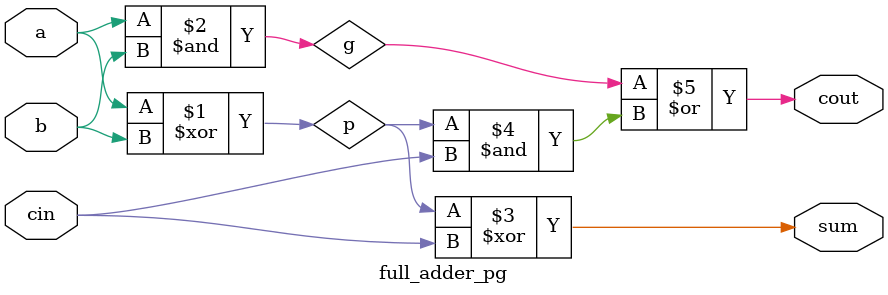
<source format=v>
`timescale 1ns / 1ps

module full_adder_pg(
    input a,b,cin, 
    output sum, cout
    );
    
    assign p = a^b;
    assign g = a&b;
    
    assign sum = p^cin;
    assign cout = g | p&cin;
    
endmodule

</source>
